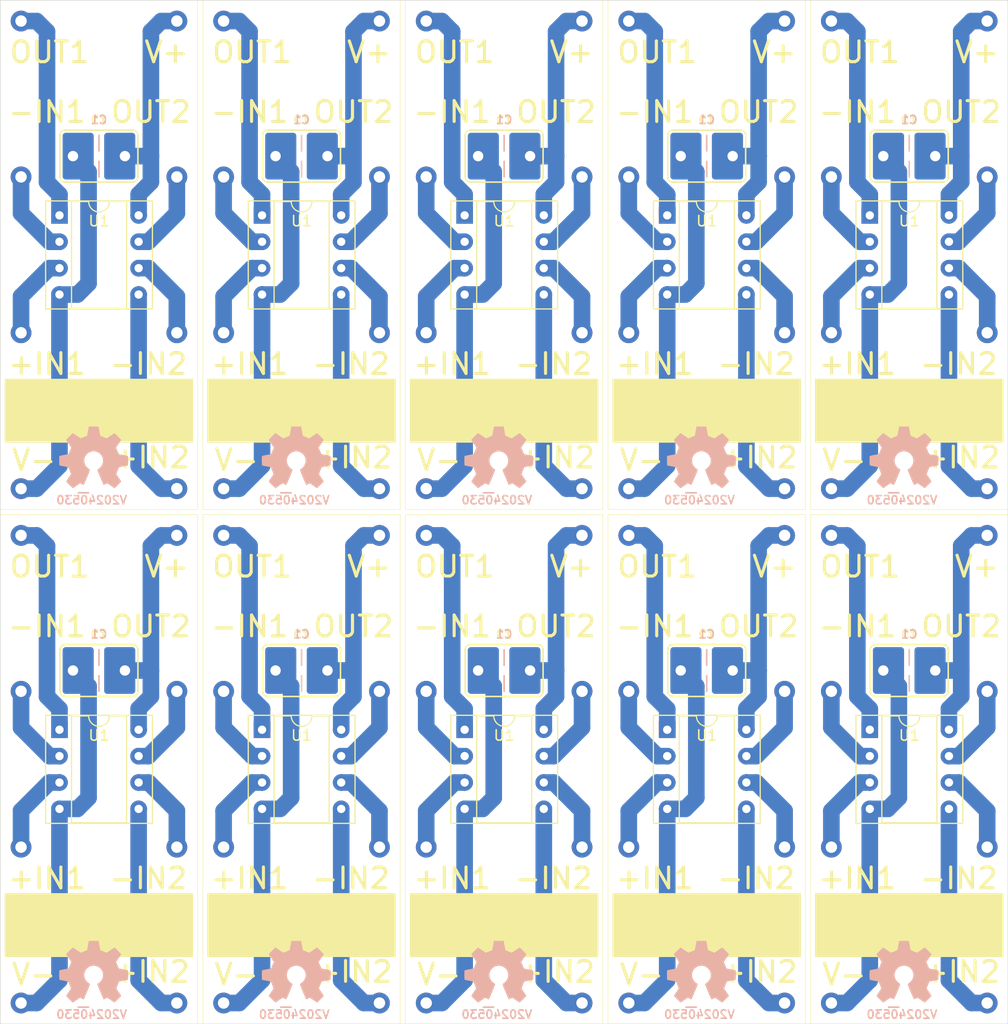
<source format=kicad_pcb>
(kicad_pcb (version 20221018) (generator pcbnew)
  (layers (0 "F.Cu" mixed) (31 "B.Cu" mixed) (34 "B.Paste" user) (35 "F.Paste" user) (36 "B.SilkS" user "B.Silkscreen") (37 "F.SilkS" user "F.Silkscreen") (38 "B.Mask" user) (39 "F.Mask" user) (44 "Edge.Cuts" user))
  (net 0 "")
  (net 1 "Net-(J4-Pin_1)")
  (net 2 "Net-(J8-Pin_1)")
  (net 3 "Net-(J1-Pin_1)")
  (net 4 "Net-(J2-Pin_1)")
  (net 5 "Net-(J3-Pin_1)")
  (net 6 "Net-(J5-Pin_1)")
  (net 7 "Net-(J6-Pin_1)")
  (net 8 "Net-(J7-Pin_1)")
  (footprint "mill-max:PC_pin_nail_head_6092" (layer "F.Cu") (at 102 103)
    (fp_text reference "J1")
    (fp_text value "OUT1")
  )
  (footprint "mill-max:PC_pin_nail_head_6092" (layer "F.Cu") (at 102 118)
    (fp_text reference "J2")
    (fp_text value "-IN1")
  )
  (footprint "mill-max:PC_pin_nail_head_6092" (layer "F.Cu") (at 102 133)
    (fp_text reference "J3")
    (fp_text value "+IN1")
  )
  (footprint "mill-max:PC_pin_nail_head_6092" (layer "F.Cu") (at 117 148)
    (fp_text reference "J5")
    (fp_text value "+IN2")
  )
  (footprint "mill-max:PC_pin_nail_head_6092" (layer "F.Cu") (at 117 133)
    (fp_text reference "J6")
    (fp_text value "-IN2")
  )
  (footprint "mill-max:PC_pin_nail_head_6092" (layer "F.Cu") (at 102 148)
    (fp_text reference "J4")
    (fp_text value "V-")
  )
  (footprint "mill-max:PC_pin_nail_head_6092" (layer "F.Cu") (at 117 118)
    (fp_text reference "J7")
    (fp_text value "OUT2")
  )
  (footprint "mill-max:PC_pin_nail_head_6092" (layer "F.Cu") (at 117 103)
    (fp_text reference "J8")
    (fp_text value "V+")
  )
  (footprint "mill-max:PC_pin_nail_head_6092" (layer "F.Cu") (at 180 53.5)
    (fp_text reference "J1")
    (fp_text value "OUT1")
  )
  (footprint "mill-max:PC_pin_nail_head_6092" (layer "F.Cu") (at 180 133)
    (fp_text reference "J3")
    (fp_text value "+IN1")
  )
  (footprint "mill-max:PC_pin_nail_head_6092" (layer "F.Cu") (at 121.5 148)
    (fp_text reference "J4")
    (fp_text value "V-")
  )
  (footprint "mill-max:PC_pin_nail_head_6092" (layer "F.Cu") (at 180 118)
    (fp_text reference "J2")
    (fp_text value "-IN1")
  )
  (footprint "SquantorCapacitor:C-050-050X100-0805-3516-film" (layer "F.Cu") (at 148.5 116)
    (fp_text reference "C1")
    (fp_text value "1u")
  )
  (footprint "mill-max:PC_pin_nail_head_6092" (layer "F.Cu") (at 121.5 83.5)
    (fp_text reference "J3")
    (fp_text value "+IN1")
  )
  (footprint "mill-max:PC_pin_nail_head_6092" (layer "F.Cu") (at 180 98.5)
    (fp_text reference "J4")
    (fp_text value "V-")
  )
  (footprint "mill-max:PC_pin_nail_head_6092" (layer "F.Cu") (at 175.5 103)
    (fp_text reference "J8")
    (fp_text value "V+")
  )
  (footprint "mill-max:PC_pin_nail_head_6092" (layer "F.Cu") (at 121.5 68.5)
    (fp_text reference "J2")
    (fp_text value "-IN1")
  )
  (footprint "mill-max:PC_pin_nail_head_6092" (layer "F.Cu") (at 136.5 98.5)
    (fp_text reference "J5")
    (fp_text value "+IN2")
  )
  (footprint "mill-max:PC_pin_nail_head_6092" (layer "F.Cu") (at 195 68.5)
    (fp_text reference "J7")
    (fp_text value "OUT2")
  )
  (footprint "Package_DIP:DIP-8_W7.62mm_Socket" (layer "F.Cu") (at 105.7 72.2)
    (fp_text reference "U1")
    (fp_text value "opamp_dual_8pin")
  )
  (footprint "mill-max:PC_pin_nail_head_6092" (layer "F.Cu") (at 121.5 53.5)
    (fp_text reference "J1")
    (fp_text value "OUT1")
  )
  (footprint "mill-max:PC_pin_nail_head_6092" (layer "F.Cu") (at 156 98.5)
    (fp_text reference "J5")
    (fp_text value "+IN2")
  )
  (footprint "mill-max:PC_pin_nail_head_6092" (layer "F.Cu") (at 156 103)
    (fp_text reference "J8")
    (fp_text value "V+")
  )
  (footprint "mill-max:PC_pin_nail_head_6092" (layer "F.Cu") (at 156 133)
    (fp_text reference "J6")
    (fp_text value "-IN2")
  )
  (footprint "Package_DIP:DIP-8_W7.62mm_Socket" (layer "F.Cu") (at 144.7 72.2)
    (fp_text reference "U1")
    (fp_text value "opamp_dual_8pin")
  )
  (footprint "mill-max:PC_pin_nail_head_6092" (layer "F.Cu") (at 121.5 133)
    (fp_text reference "J3")
    (fp_text value "+IN1")
  )
  (footprint "mill-max:PC_pin_nail_head_6092" (layer "F.Cu") (at 102 53.5)
    (fp_text reference "J1")
    (fp_text value "OUT1")
  )
  (footprint "mill-max:PC_pin_nail_head_6092" (layer "F.Cu") (at 156 83.5)
    (fp_text reference "J6")
    (fp_text value "-IN2")
  )
  (footprint "Package_DIP:DIP-8_W7.62mm_Socket" (layer "F.Cu") (at 125.2 121.7)
    (fp_text reference "U1")
    (fp_text value "opamp_dual_8pin")
  )
  (footprint "mill-max:PC_pin_nail_head_6092" (layer "F.Cu") (at 136.5 148)
    (fp_text reference "J5")
    (fp_text value "+IN2")
  )
  (footprint "mill-max:PC_pin_nail_head_6092" (layer "F.Cu") (at 180 103)
    (fp_text reference "J1")
    (fp_text value "OUT1")
  )
  (footprint "Package_DIP:DIP-8_W7.62mm_Socket" (layer "F.Cu") (at 164.2 121.7)
    (fp_text reference "U1")
    (fp_text value "opamp_dual_8pin")
  )
  (footprint "mill-max:PC_pin_nail_head_6092" (layer "F.Cu") (at 117 68.5)
    (fp_text reference "J7")
    (fp_text value "OUT2")
  )
  (footprint "mill-max:PC_pin_nail_head_6092" (layer "F.Cu") (at 180 148)
    (fp_text reference "J4")
    (fp_text value "V-")
  )
  (footprint "mill-max:PC_pin_nail_head_6092" (layer "F.Cu") (at 175.5 68.5)
    (fp_text reference "J7")
    (fp_text value "OUT2")
  )
  (footprint "mill-max:PC_pin_nail_head_6092" (layer "F.Cu") (at 195 98.5)
    (fp_text reference "J5")
    (fp_text value "+IN2")
  )
  (footprint "mill-max:PC_pin_nail_head_6092" (layer "F.Cu") (at 195 148)
    (fp_text reference "J5")
    (fp_text value "+IN2")
  )
  (footprint "mill-max:PC_pin_nail_head_6092" (layer "F.Cu") (at 141 133)
    (fp_text reference "J3")
    (fp_text value "+IN1")
  )
  (footprint "Package_DIP:DIP-8_W7.62mm_Socket" (layer "F.Cu") (at 125.2 72.2)
    (fp_text reference "U1")
    (fp_text value "opamp_dual_8pin")
  )
  (footprint "mill-max:PC_pin_nail_head_6092" (layer "F.Cu") (at 141 118)
    (fp_text reference "J2")
    (fp_text value "-IN1")
  )
  (footprint "SquantorCapacitor:C-050-050X100-0805-3516-film" (layer "F.Cu") (at 109.5 116)
    (fp_text reference "C1")
    (fp_text value "1u")
  )
  (footprint "SquantorCapacitor:C-050-050X100-0805-3516-film" (layer "F.Cu") (at 129 66.5)
    (fp_text reference "C1")
    (fp_text value "1u")
  )
  (footprint "mill-max:PC_pin_nail_head_6092" (layer "F.Cu") (at 195 133)
    (fp_text reference "J6")
    (fp_text value "-IN2")
  )
  (footprint "mill-max:PC_pin_nail_head_6092" (layer "F.Cu") (at 160.5 68.5)
    (fp_text reference "J2")
    (fp_text value "-IN1")
  )
  (footprint "mill-max:PC_pin_nail_head_6092" (layer "F.Cu") (at 160.5 103)
    (fp_text reference "J1")
    (fp_text value "OUT1")
  )
  (footprint "SquantorCapacitor:C-050-050X100-0805-3516-film" (layer "F.Cu") (at 109.5 66.5)
    (fp_text reference "C1")
    (fp_text value "1u")
  )
  (footprint "mill-max:PC_pin_nail_head_6092" (layer "F.Cu") (at 136.5 118)
    (fp_text reference "J7")
    (fp_text value "OUT2")
  )
  (footprint "mill-max:PC_pin_nail_head_6092" (layer "F.Cu") (at 117 83.5)
    (fp_text reference "J6")
    (fp_text value "-IN2")
  )
  (footprint "SquantorCapacitor:C-050-050X100-0805-3516-film" (layer "F.Cu") (at 168 116)
    (fp_text reference "C1")
    (fp_text value "1u")
  )
  (footprint "mill-max:PC_pin_nail_head_6092" (layer "F.Cu") (at 141 148)
    (fp_text reference "J4")
    (fp_text value "V-")
  )
  (footprint "mill-max:PC_pin_nail_head_6092" (layer "F.Cu") (at 121.5 98.5)
    (fp_text reference "J4")
    (fp_text value "V-")
  )
  (footprint "SquantorCapacitor:C-050-050X100-0805-3516-film" (layer "F.Cu") (at 187.5 116)
    (fp_text reference "C1")
    (fp_text value "1u")
  )
  (footprint "mill-max:PC_pin_nail_head_6092" (layer "F.Cu") (at 136.5 133)
    (fp_text reference "J6")
    (fp_text value "-IN2")
  )
  (footprint "mill-max:PC_pin_nail_head_6092" (layer "F.Cu") (at 160.5 53.5)
    (fp_text reference "J1")
    (fp_text value "OUT1")
  )
  (footprint "mill-max:PC_pin_nail_head_6092" (layer "F.Cu") (at 136.5 53.5)
    (fp_text reference "J8")
    (fp_text value "V+")
  )
  (footprint "mill-max:PC_pin_nail_head_6092" (layer "F.Cu") (at 102 68.5)
    (fp_text reference "J2")
    (fp_text value "-IN1")
  )
  (footprint "mill-max:PC_pin_nail_head_6092" (layer "F.Cu") (at 175.5 98.5)
    (fp_text reference "J5")
    (fp_text value "+IN2")
  )
  (footprint "mill-max:PC_pin_nail_head_6092" (layer "F.Cu") (at 160.5 148)
    (fp_text reference "J4")
    (fp_text value "V-")
  )
  (footprint "mill-max:PC_pin_nail_head_6092" (layer "F.Cu") (at 141 68.5)
    (fp_text reference "J2")
    (fp_text value "-IN1")
  )
  (footprint "mill-max:PC_pin_nail_head_6092" (layer "F.Cu") (at 160.5 118)
    (fp_text reference "J2")
    (fp_text value "-IN1")
  )
  (footprint "mill-max:PC_pin_nail_head_6092" (layer "F.Cu") (at 156 118)
    (fp_text reference "J7")
    (fp_text value "OUT2")
  )
  (footprint "mill-max:PC_pin_nail_head_6092" (layer "F.Cu") (at 141 98.5)
    (fp_text reference "J4")
    (fp_text value "V-")
  )
  (footprint "Package_DIP:DIP-8_W7.62mm_Socket" (layer "F.Cu") (at 144.7 121.7)
    (fp_text reference "U1")
    (fp_text value "opamp_dual_8pin")
  )
  (footprint "mill-max:PC_pin_nail_head_6092" (layer "F.Cu") (at 117 98.5)
    (fp_text reference "J5")
    (fp_text value "+IN2")
  )
  (footprint "mill-max:PC_pin_nail_head_6092" (layer "F.Cu") (at 195 118)
    (fp_text reference "J7")
    (fp_text value "OUT2")
  )
  (footprint "mill-max:PC_pin_nail_head_6092" (layer "F.Cu") (at 180 68.5)
    (fp_text reference "J2")
    (fp_text value "-IN1")
  )
  (footprint "mill-max:PC_pin_nail_head_6092" (layer "F.Cu") (at 175.5 148)
    (fp_text reference "J5")
    (fp_text value "+IN2")
  )
  (footprint "mill-max:PC_pin_nail_head_6092" (layer "F.Cu") (at 175.5 53.5)
    (fp_text reference "J8")
    (fp_text value "V+")
  )
  (footprint "mill-max:PC_pin_nail_head_6092" (layer "F.Cu") (at 102 83.5)
    (fp_text reference "J3")
    (fp_text value "+IN1")
  )
  (footprint "mill-max:PC_pin_nail_head_6092" (layer "F.Cu") (at 136.5 103)
    (fp_text reference "J8")
    (fp_text value "V+")
  )
  (footprint "Package_DIP:DIP-8_W7.62mm_Socket" (layer "F.Cu") (at 105.7 121.7)
    (fp_text reference "U1")
    (fp_text value "opamp_dual_8pin")
  )
  (footprint "mill-max:PC_pin_nail_head_6092" (layer "F.Cu") (at 156 68.5)
    (fp_text reference "J7")
    (fp_text value "OUT2")
  )
  (footprint "mill-max:PC_pin_nail_head_6092" (layer "F.Cu") (at 141 53.5)
    (fp_text reference "J1")
    (fp_text value "OUT1")
  )
  (footprint "mill-max:PC_pin_nail_head_6092" (layer "F.Cu") (at 156 148)
    (fp_text reference "J5")
    (fp_text value "+IN2")
  )
  (footprint "mill-max:PC_pin_nail_head_6092" (layer "F.Cu") (at 160.5 133)
    (fp_text reference "J3")
    (fp_text value "+IN1")
  )
  (footprint "mill-max:PC_pin_nail_head_6092" (layer "F.Cu") (at 121.5 118)
    (fp_text reference "J2")
    (fp_text value "-IN1")
  )
  (footprint "SquantorCapacitor:C-050-050X100-0805-3516-film" (layer "F.Cu") (at 168 66.5)
    (fp_text reference "C1")
    (fp_text value "1u")
  )
  (footprint "SquantorCapacitor:C-050-050X100-0805-3516-film" (layer "F.Cu") (at 187.5 66.5)
    (fp_text reference "C1")
    (fp_text value "1u")
  )
  (footprint "mill-max:PC_pin_nail_head_6092" (layer "F.Cu") (at 136.5 68.5)
    (fp_text reference "J7")
    (fp_text value "OUT2")
  )
  (footprint "mill-max:PC_pin_nail_head_6092" (layer "F.Cu") (at 136.5 83.5)
    (fp_text reference "J6")
    (fp_text value "-IN2")
  )
  (footprint "mill-max:PC_pin_nail_head_6092" (layer "F.Cu") (at 141 103)
    (fp_text reference "J1")
    (fp_text value "OUT1")
  )
  (footprint "mill-max:PC_pin_nail_head_6092" (layer "F.Cu") (at 195 83.5)
    (fp_text reference "J6")
    (fp_text value "-IN2")
  )
  (footprint "mill-max:PC_pin_nail_head_6092" (layer "F.Cu") (at 102 98.5)
    (fp_text reference "J4")
    (fp_text value "V-")
  )
  (footprint "SquantorCapacitor:C-050-050X100-0805-3516-film" (layer "F.Cu") (at 129 116)
    (fp_text reference "C1")
    (fp_text value "1u")
  )
  (footprint "mill-max:PC_pin_nail_head_6092" (layer "F.Cu") (at 195 103)
    (fp_text reference "J8")
    (fp_text value "V+")
  )
  (footprint "Package_DIP:DIP-8_W7.62mm_Socket" (layer "F.Cu") (at 164.2 72.2)
    (fp_text reference "U1")
    (fp_text value "opamp_dual_8pin")
  )
  (footprint "mill-max:PC_pin_nail_head_6092" (layer "F.Cu") (at 141 83.5)
    (fp_text reference "J3")
    (fp_text value "+IN1")
  )
  (footprint "mill-max:PC_pin_nail_head_6092" (layer "F.Cu") (at 175.5 83.5)
    (fp_text reference "J6")
    (fp_text value "-IN2")
  )
  (footprint "mill-max:PC_pin_nail_head_6092" (layer "F.Cu") (at 117 53.5)
    (fp_text reference "J8")
    (fp_text value "V+")
  )
  (footprint "mill-max:PC_pin_nail_head_6092" (layer "F.Cu") (at 121.5 103)
    (fp_text reference "J1")
    (fp_text value "OUT1")
  )
  (footprint "mill-max:PC_pin_nail_head_6092" (layer "F.Cu") (at 156 53.5)
    (fp_text reference "J8")
    (fp_text value "V+")
  )
  (footprint "SquantorCapacitor:C-050-050X100-0805-3516-film" (layer "F.Cu") (at 148.5 66.5)
    (fp_text reference "C1")
    (fp_text value "1u")
  )
  (footprint "mill-max:PC_pin_nail_head_6092" (layer "F.Cu") (at 175.5 118)
    (fp_text reference "J7")
    (fp_text value "OUT2")
  )
  (footprint "Package_DIP:DIP-8_W7.62mm_Socket" (layer "F.Cu") (at 183.7 72.2)
    (fp_text reference "U1")
    (fp_text value "opamp_dual_8pin")
  )
  (footprint "Package_DIP:DIP-8_W7.62mm_Socket" (layer "F.Cu") (at 183.7 121.7)
    (fp_text reference "U1")
    (fp_text value "opamp_dual_8pin")
  )
  (footprint "mill-max:PC_pin_nail_head_6092" (layer "F.Cu") (at 180 83.5)
    (fp_text reference "J3")
    (fp_text value "+IN1")
  )
  (footprint "mill-max:PC_pin_nail_head_6092" (layer "F.Cu") (at 195 53.5)
    (fp_text reference "J8")
    (fp_text value "V+")
  )
  (footprint "mill-max:PC_pin_nail_head_6092" (layer "F.Cu") (at 175.5 133)
    (fp_text reference "J6")
    (fp_text value "-IN2")
  )
  (footprint "mill-max:PC_pin_nail_head_6092" (layer "F.Cu") (at 160.5 83.5)
    (fp_text reference "J3")
    (fp_text value "+IN1")
  )
  (footprint "mill-max:PC_pin_nail_head_6092" (layer "F.Cu") (at 160.5 98.5)
    (fp_text reference "J4")
    (fp_text value "V-")
  )
  (footprint "Symbol:OSHW-Symbol_6.7x6mm_SilkScreen" (layer "B.Cu") (at 109 145 180)
    (fp_text reference "N2" hide)
    (fp_text value "OHWLOGO" hide)
  )
  (footprint "SquantorLabels:Label_Generic" (layer "B.Cu") (at 108 149)
    (fp_text reference "N1" hide)
    (fp_text value "V20240530")
  )
  (footprint "SquantorLabels:Label_Generic" (layer "B.Cu") (at 127.5 149)
    (fp_text reference "N1" hide)
    (fp_text value "V20240530")
  )
  (footprint "SquantorLabels:Label_Generic" (layer "B.Cu") (at 147 149)
    (fp_text reference "N1" hide)
    (fp_text value "V20240530")
  )
  (footprint "SquantorLabels:Label_Generic" (layer "B.Cu") (at 147 99.5)
    (fp_text reference "N1" hide)
    (fp_text value "V20240530")
  )
  (footprint "Symbol:OSHW-Symbol_6.7x6mm_SilkScreen" (layer "B.Cu") (at 167.5 145 180)
    (fp_text reference "N2" hide)
    (fp_text value "OHWLOGO" hide)
  )
  (footprint "SquantorLabels:Label_Generic" (layer "B.Cu") (at 186 149)
    (fp_text reference "N1" hide)
    (fp_text value "V20240530")
  )
  (footprint "Symbol:OSHW-Symbol_6.7x6mm_SilkScreen" (layer "B.Cu") (at 109 95.5 180)
    (fp_text reference "N2" hide)
    (fp_text value "OHWLOGO" hide)
  )
  (footprint "SquantorLabels:Label_Generic" (layer "B.Cu") (at 186 99.5)
    (fp_text reference "N1" hide)
    (fp_text value "V20240530")
  )
  (footprint "Symbol:OSHW-Symbol_6.7x6mm_SilkScreen" (layer "B.Cu") (at 148 95.5 180)
    (fp_text reference "N2" hide)
    (fp_text value "OHWLOGO" hide)
  )
  (footprint "SquantorLabels:Label_Generic" (layer "B.Cu") (at 108 99.5)
    (fp_text reference "N1" hide)
    (fp_text value "V20240530")
  )
  (footprint "SquantorLabels:Label_Generic" (layer "B.Cu") (at 127.5 99.5)
    (fp_text reference "N1" hide)
    (fp_text value "V20240530")
  )
  (footprint "Symbol:OSHW-Symbol_6.7x6mm_SilkScreen" (layer "B.Cu") (at 187 145 180)
    (fp_text reference "N2" hide)
    (fp_text value "OHWLOGO" hide)
  )
  (footprint "Symbol:OSHW-Symbol_6.7x6mm_SilkScreen" (layer "B.Cu") (at 167.5 95.5 180)
    (fp_text reference "N2" hide)
    (fp_text value "OHWLOGO" hide)
  )
  (footprint "SquantorLabels:Label_Generic" (layer "B.Cu") (at 166.5 99.5)
    (fp_text reference "N1" hide)
    (fp_text value "V20240530")
  )
  (footprint "Symbol:OSHW-Symbol_6.7x6mm_SilkScreen" (layer "B.Cu") (at 148 145 180)
    (fp_text reference "N2" hide)
    (fp_text value "OHWLOGO" hide)
  )
  (footprint "Symbol:OSHW-Symbol_6.7x6mm_SilkScreen" (layer "B.Cu") (at 187 95.5 180)
    (fp_text reference "N2" hide)
    (fp_text value "OHWLOGO" hide)
  )
  (footprint "Symbol:OSHW-Symbol_6.7x6mm_SilkScreen" (layer "B.Cu") (at 128.5 145 180)
    (fp_text reference "N2" hide)
    (fp_text value "OHWLOGO" hide)
  )
  (footprint "SquantorLabels:Label_Generic" (layer "B.Cu") (at 166.5 149)
    (fp_text reference "N1" hide)
    (fp_text value "V20240530")
  )
  (footprint "Symbol:OSHW-Symbol_6.7x6mm_SilkScreen" (layer "B.Cu") (at 128.5 95.5 180)
    (fp_text reference "N2" hide)
    (fp_text value "OHWLOGO" hide)
  )
  (gr_line (start 100 150) (end 119 150) (stroke (width 0.05)) (layer "F.SilkS"))
  (gr_line (start 119 101) (end 119 150) (stroke (width 0.05)) (layer "F.SilkS"))
  (gr_line (start 119 101) (end 100 101) (stroke (width 0.05)) (layer "F.SilkS"))
  (gr_line (start 119.5 100.5) (end 119.5 51.5) (stroke (width 0.05)) (layer "F.SilkS"))
  (gr_line (start 178 100.5) (end 197 100.5) (stroke (width 0.05)) (layer "F.SilkS"))
  (gr_line (start 197 101) (end 178 101) (stroke (width 0.05)) (layer "F.SilkS"))
  (gr_rect (start 120 137.5) (end 138 143.5) (stroke (width 0.15)) (fill solid) (layer "F.SilkS"))
  (gr_line (start 100 100.5) (end 100 51.5) (stroke (width 0.05)) (layer "F.SilkS"))
  (gr_line (start 158.5 150) (end 158.5 101) (stroke (width 0.05)) (layer "F.SilkS"))
  (gr_rect (start 139.5 88) (end 157.5 94) (stroke (width 0.15)) (fill solid) (layer "F.SilkS"))
  (gr_line (start 138.5 51.5) (end 119.5 51.5) (stroke (width 0.05)) (layer "F.SilkS"))
  (gr_line (start 119 51.5) (end 119 100.5) (stroke (width 0.05)) (layer "F.SilkS"))
  (gr_line (start 197 101) (end 197 150) (stroke (width 0.05)) (layer "F.SilkS"))
  (gr_rect (start 178.5 137.5) (end 196.5 143.5) (stroke (width 0.15)) (fill solid) (layer "F.SilkS"))
  (gr_line (start 158 101) (end 158 150) (stroke (width 0.05)) (layer "F.SilkS"))
  (gr_line (start 197 51.5) (end 178 51.5) (stroke (width 0.05)) (layer "F.SilkS"))
  (gr_line (start 178 150) (end 178 101) (stroke (width 0.05)) (layer "F.SilkS"))
  (gr_rect (start 100.5 137.5) (end 118.5 143.5) (stroke (width 0.15)) (fill solid) (layer "F.SilkS"))
  (gr_rect (start 100.5 88) (end 118.5 94) (stroke (width 0.15)) (fill solid) (layer "F.SilkS"))
  (gr_line (start 119 51.5) (end 100 51.5) (stroke (width 0.05)) (layer "F.SilkS"))
  (gr_line (start 119.5 100.5) (end 138.5 100.5) (stroke (width 0.05)) (layer "F.SilkS"))
  (gr_line (start 178 150) (end 197 150) (stroke (width 0.05)) (layer "F.SilkS"))
  (gr_line (start 100 150) (end 100 101) (stroke (width 0.05)) (layer "F.SilkS"))
  (gr_line (start 177.5 51.5) (end 158.5 51.5) (stroke (width 0.05)) (layer "F.SilkS"))
  (gr_line (start 158.5 100.5) (end 158.5 51.5) (stroke (width 0.05)) (layer "F.SilkS"))
  (gr_line (start 119.5 150) (end 138.5 150) (stroke (width 0.05)) (layer "F.SilkS"))
  (gr_line (start 138.5 101) (end 119.5 101) (stroke (width 0.05)) (layer "F.SilkS"))
  (gr_line (start 158 51.5) (end 158 100.5) (stroke (width 0.05)) (layer "F.SilkS"))
  (gr_line (start 139 150) (end 139 101) (stroke (width 0.05)) (layer "F.SilkS"))
  (gr_rect (start 120 88) (end 138 94) (stroke (width 0.15)) (fill solid) (layer "F.SilkS"))
  (gr_rect (start 139.5 137.5) (end 157.5 143.5) (stroke (width 0.15)) (fill solid) (layer "F.SilkS"))
  (gr_line (start 158.5 150) (end 177.5 150) (stroke (width 0.05)) (layer "F.SilkS"))
  (gr_line (start 138.5 101) (end 138.5 150) (stroke (width 0.05)) (layer "F.SilkS"))
  (gr_rect (start 178.5 88) (end 196.5 94) (stroke (width 0.15)) (fill solid) (layer "F.SilkS"))
  (gr_line (start 177.5 101) (end 177.5 150) (stroke (width 0.05)) (layer "F.SilkS"))
  (gr_line (start 177.5 51.5) (end 177.5 100.5) (stroke (width 0.05)) (layer "F.SilkS"))
  (gr_line (start 100 100.5) (end 119 100.5) (stroke (width 0.05)) (layer "F.SilkS"))
  (gr_rect (start 159 88) (end 177 94) (stroke (width 0.15)) (fill solid) (layer "F.SilkS"))
  (gr_line (start 177.5 101) (end 158.5 101) (stroke (width 0.05)) (layer "F.SilkS"))
  (gr_line (start 178 100.5) (end 178 51.5) (stroke (width 0.05)) (layer "F.SilkS"))
  (gr_line (start 158 101) (end 139 101) (stroke (width 0.05)) (layer "F.SilkS"))
  (gr_rect (start 159 137.5) (end 177 143.5) (stroke (width 0.15)) (fill solid) (layer "F.SilkS"))
  (gr_line (start 197 51.5) (end 197 100.5) (stroke (width 0.05)) (layer "F.SilkS"))
  (gr_line (start 139 100.5) (end 139 51.5) (stroke (width 0.05)) (layer "F.SilkS"))
  (gr_line (start 139 150) (end 158 150) (stroke (width 0.05)) (layer "F.SilkS"))
  (gr_line (start 138.5 51.5) (end 138.5 100.5) (stroke (width 0.05)) (layer "F.SilkS"))
  (gr_line (start 158.5 100.5) (end 177.5 100.5) (stroke (width 0.05)) (layer "F.SilkS"))
  (gr_line (start 119.5 150) (end 119.5 101) (stroke (width 0.05)) (layer "F.SilkS"))
  (gr_line (start 158 51.5) (end 139 51.5) (stroke (width 0.05)) (layer "F.SilkS"))
  (gr_line (start 139 100.5) (end 158 100.5) (stroke (width 0.05)) (layer "F.SilkS"))
  (gr_line (start 100 150) (end 197 150) (stroke (width 0.05)) (layer "Edge.Cuts"))
  (gr_line (start 100 51.5) (end 100 150) (stroke (width 0.05)) (layer "Edge.Cuts"))
  (gr_line (start 197 51.5) (end 100 51.5) (stroke (width 0.05)) (layer "Edge.Cuts"))
  (gr_line (start 197 150) (end 197 51.5) (stroke (width 0.05)) (layer "Edge.Cuts"))
  (segment (start 125.2 79.82) (end 126.93 79.82) (width 1.6) (layer "B.Cu") (net 1))
  (segment (start 167 68) (end 165.5 66.5) (width 1.6) (layer "B.Cu") (net 1))
  (segment (start 162 98.5) (end 160.5 98.5) (width 1.6) (layer "B.Cu") (net 1))
  (segment (start 183.7 129.32) (end 185.43 129.32) (width 1.6) (layer "B.Cu") (net 1))
  (segment (start 164.2 129.32) (end 165.93 129.32) (width 1.6) (layer "B.Cu") (net 1))
  (segment (start 146.43 129.32) (end 147.5 128.25) (width 1.6) (layer "B.Cu") (net 1))
  (segment (start 142.5 148) (end 141 148) (width 1.6) (layer "B.Cu") (net 1))
  (segment (start 128 68) (end 126.5 66.5) (width 1.6) (layer "B.Cu") (net 1))
  (segment (start 165.93 129.32) (end 167 128.25) (width 1.6) (layer "B.Cu") (net 1))
  (segment (start 125.2 145.8) (end 123 148) (width 1.6) (layer "B.Cu") (net 1))
  (segment (start 167 78.75) (end 167 68) (width 1.6) (layer "B.Cu") (net 1))
  (segment (start 181.5 148) (end 180 148) (width 1.6) (layer "B.Cu") (net 1))
  (segment (start 103.5 98.5) (end 102 98.5) (width 1.6) (layer "B.Cu") (net 1))
  (segment (start 125.2 129.32) (end 125.2 145.8) (width 1.6) (layer "B.Cu") (net 1))
  (segment (start 147.5 78.75) (end 147.5 68) (width 1.6) (layer "B.Cu") (net 1))
  (segment (start 142.5 98.5) (end 141 98.5) (width 1.6) (layer "B.Cu") (net 1))
  (segment (start 108.5 78.75) (end 108.5 68) (width 1.6) (layer "B.Cu") (net 1))
  (segment (start 108.5 128.25) (end 108.5 117.5) (width 1.6) (layer "B.Cu") (net 1))
  (segment (start 105.7 96.3) (end 103.5 98.5) (width 1.6) (layer "B.Cu") (net 1))
  (segment (start 167 117.5) (end 165.5 116) (width 1.6) (layer "B.Cu") (net 1))
  (segment (start 144.7 96.3) (end 142.5 98.5) (width 1.6) (layer "B.Cu") (net 1))
  (segment (start 147.5 68) (end 146 66.5) (width 1.6) (layer "B.Cu") (net 1))
  (segment (start 164.2 96.3) (end 162 98.5) (width 1.6) (layer "B.Cu") (net 1))
  (segment (start 103.5 148) (end 102 148) (width 1.6) (layer "B.Cu") (net 1))
  (segment (start 126.93 129.32) (end 128 128.25) (width 1.6) (layer "B.Cu") (net 1))
  (segment (start 125.2 79.82) (end 125.2 96.3) (width 1.6) (layer "B.Cu") (net 1))
  (segment (start 147.5 117.5) (end 146 116) (width 1.6) (layer "B.Cu") (net 1))
  (segment (start 181.5 98.5) (end 180 98.5) (width 1.6) (layer "B.Cu") (net 1))
  (segment (start 185.43 129.32) (end 186.5 128.25) (width 1.6) (layer "B.Cu") (net 1))
  (segment (start 183.7 79.82) (end 183.7 96.3) (width 1.6) (layer "B.Cu") (net 1))
  (segment (start 144.7 145.8) (end 142.5 148) (width 1.6) (layer "B.Cu") (net 1))
  (segment (start 183.7 79.82) (end 185.43 79.82) (width 1.6) (layer "B.Cu") (net 1))
  (segment (start 105.7 79.82) (end 105.7 96.3) (width 1.6) (layer "B.Cu") (net 1))
  (segment (start 105.7 129.32) (end 107.43 129.32) (width 1.6) (layer "B.Cu") (net 1))
  (segment (start 186.5 78.75) (end 186.5 68) (width 1.6) (layer "B.Cu") (net 1))
  (segment (start 123 98.5) (end 121.5 98.5) (width 1.6) (layer "B.Cu") (net 1))
  (segment (start 146.43 79.82) (end 147.5 78.75) (width 1.6) (layer "B.Cu") (net 1))
  (segment (start 123 148) (end 121.5 148) (width 1.6) (layer "B.Cu") (net 1))
  (segment (start 128 117.5) (end 126.5 116) (width 1.6) (layer "B.Cu") (net 1))
  (segment (start 105.7 129.32) (end 105.7 145.8) (width 1.6) (layer "B.Cu") (net 1))
  (segment (start 128 78.75) (end 128 68) (width 1.6) (layer "B.Cu") (net 1))
  (segment (start 126.93 79.82) (end 128 78.75) (width 1.6) (layer "B.Cu") (net 1))
  (segment (start 162 148) (end 160.5 148) (width 1.6) (layer "B.Cu") (net 1))
  (segment (start 186.5 68) (end 185 66.5) (width 1.6) (layer "B.Cu") (net 1))
  (segment (start 165.93 79.82) (end 167 78.75) (width 1.6) (layer "B.Cu") (net 1))
  (segment (start 183.7 129.32) (end 183.7 145.8) (width 1.6) (layer "B.Cu") (net 1))
  (segment (start 147.5 128.25) (end 147.5 117.5) (width 1.6) (layer "B.Cu") (net 1))
  (segment (start 185.43 79.82) (end 186.5 78.75) (width 1.6) (layer "B.Cu") (net 1))
  (segment (start 105.7 145.8) (end 103.5 148) (width 1.6) (layer "B.Cu") (net 1))
  (segment (start 108.5 68) (end 107 66.5) (width 1.6) (layer "B.Cu") (net 1))
  (segment (start 144.7 129.32) (end 144.7 145.8) (width 1.6) (layer "B.Cu") (net 1))
  (segment (start 164.2 145.8) (end 162 148) (width 1.6) (layer "B.Cu") (net 1))
  (segment (start 164.2 79.82) (end 164.2 96.3) (width 1.6) (layer "B.Cu") (net 1))
  (segment (start 183.7 96.3) (end 181.5 98.5) (width 1.6) (layer "B.Cu") (net 1))
  (segment (start 144.7 129.32) (end 146.43 129.32) (width 1.6) (layer "B.Cu") (net 1))
  (segment (start 167 128.25) (end 167 117.5) (width 1.6) (layer "B.Cu") (net 1))
  (segment (start 125.2 96.3) (end 123 98.5) (width 1.6) (layer "B.Cu") (net 1))
  (segment (start 125.2 129.32) (end 126.93 129.32) (width 1.6) (layer "B.Cu") (net 1))
  (segment (start 107.43 129.32) (end 108.5 128.25) (width 1.6) (layer "B.Cu") (net 1))
  (segment (start 186.5 117.5) (end 185 116) (width 1.6) (layer "B.Cu") (net 1))
  (segment (start 186.5 128.25) (end 186.5 117.5) (width 1.6) (layer "B.Cu") (net 1))
  (segment (start 107.43 79.82) (end 108.5 78.75) (width 1.6) (layer "B.Cu") (net 1))
  (segment (start 164.2 129.32) (end 164.2 145.8) (width 1.6) (layer "B.Cu") (net 1))
  (segment (start 183.7 145.8) (end 181.5 148) (width 1.6) (layer "B.Cu") (net 1))
  (segment (start 105.7 79.82) (end 107.43 79.82) (width 1.6) (layer "B.Cu") (net 1))
  (segment (start 164.2 79.82) (end 165.93 79.82) (width 1.6) (layer "B.Cu") (net 1))
  (segment (start 128 128.25) (end 128 117.5) (width 1.6) (layer "B.Cu") (net 1))
  (segment (start 108.5 117.5) (end 107 116) (width 1.6) (layer "B.Cu") (net 1))
  (segment (start 144.7 79.82) (end 146.43 79.82) (width 1.6) (layer "B.Cu") (net 1))
  (segment (start 144.7 79.82) (end 144.7 96.3) (width 1.6) (layer "B.Cu") (net 1))
  (segment (start 193.5 103) (end 195 103) (width 1.6) (layer "B.Cu") (net 2))
  (segment (start 154.5 53.5) (end 156 53.5) (width 1.6) (layer "B.Cu") (net 2))
  (segment (start 112 116) (end 114.5 116) (width 1.6) (layer "B.Cu") (net 2))
  (segment (start 171.82 121.7) (end 171.82 119.68) (width 1.6) (layer "B.Cu") (net 2))
  (segment (start 132.82 121.7) (end 132.82 119.68) (width 1.6) (layer "B.Cu") (net 2))
  (segment (start 132.82 70.18) (end 134 69) (width 1.6) (layer "B.Cu") (net 2))
  (segment (start 114.5 66.5) (end 114.5 54.5) (width 1.6) (layer "B.Cu") (net 2))
  (segment (start 170.5 116) (end 173 116) (width 1.6) (layer "B.Cu") (net 2))
  (segment (start 131.5 66.5) (end 134 66.5) (width 1.6) (layer "B.Cu") (net 2))
  (segment (start 134 104) (end 135 103) (width 1.6) (layer "B.Cu") (net 2))
  (segment (start 173 104) (end 174 103) (width 1.6) (layer "B.Cu") (net 2))
  (segment (start 173 54.5) (end 174 53.5) (width 1.6) (layer "B.Cu") (net 2))
  (segment (start 134 66.5) (end 134 54.5) (width 1.6) (layer "B.Cu") (net 2))
  (segment (start 153.5 118.5) (end 153.5 116) (width 1.6) (layer "B.Cu") (net 2))
  (segment (start 152.32 121.7) (end 152.32 119.68) (width 1.6) (layer "B.Cu") (net 2))
  (segment (start 153.5 54.5) (end 154.5 53.5) (width 1.6) (layer "B.Cu") (net 2))
  (segment (start 191.32 121.7) (end 191.32 119.68) (width 1.6) (layer "B.Cu") (net 2))
  (segment (start 192.5 104) (end 193.5 103) (width 1.6) (layer "B.Cu") (net 2))
  (segment (start 114.5 118.5) (end 114.5 116) (width 1.6) (layer "B.Cu") (net 2))
  (segment (start 152.32 70.18) (end 153.5 69) (width 1.6) (layer "B.Cu") (net 2))
  (segment (start 152.32 72.2) (end 152.32 70.18) (width 1.6) (layer "B.Cu") (net 2))
  (segment (start 191.32 70.18) (end 192.5 69) (width 1.6) (layer "B.Cu") (net 2))
  (segment (start 134 69) (end 134 66.5) (width 1.6) (layer "B.Cu") (net 2))
  (segment (start 114.5 116) (end 114.5 104) (width 1.6) (layer "B.Cu") (net 2))
  (segment (start 115.5 103) (end 117 103) (width 1.6) (layer "B.Cu") (net 2))
  (segment (start 114.5 69) (end 114.5 66.5) (width 1.6) (layer "B.Cu") (net 2))
  (segment (start 132.82 72.2) (end 132.82 70.18) (width 1.6) (layer "B.Cu") (net 2))
  (segment (start 171.82 70.18) (end 173 69) (width 1.6) (layer "B.Cu") (net 2))
  (segment (start 171.82 119.68) (end 173 118.5) (width 1.6) (layer "B.Cu") (net 2))
  (segment (start 192.5 54.5) (end 193.5 53.5) (width 1.6) (layer "B.Cu") (net 2))
  (segment (start 135 103) (end 136.5 103) (width 1.6) (layer "B.Cu") (net 2))
  (segment (start 112 66.5) (end 114.5 66.5) (width 1.6) (layer "B.Cu") (net 2))
  (segment (start 113.32 72.2) (end 113.32 70.18) (width 1.6) (layer "B.Cu") (net 2))
  (segment (start 191.32 72.2) (end 191.32 70.18) (width 1.6) (layer "B.Cu") (net 2))
  (segment (start 190 116) (end 192.5 116) (width 1.6) (layer "B.Cu") (net 2))
  (segment (start 134 118.5) (end 134 116) (width 1.6) (layer "B.Cu") (net 2))
  (segment (start 151 66.5) (end 153.5 66.5) (width 1.6) (layer "B.Cu") (net 2))
  (segment (start 114.5 54.5) (end 115.5 53.5) (width 1.6) (layer "B.Cu") (net 2))
  (segment (start 113.32 119.68) (end 114.5 118.5) (width 1.6) (layer "B.Cu") (net 2))
  (segment (start 153.5 69) (end 153.5 66.5) (width 1.6) (layer "B.Cu") (net 2))
  (segment (start 134 54.5) (end 135 53.5) (width 1.6) (layer "B.Cu") (net 2))
  (segment (start 173 116) (end 173 104) (width 1.6) (layer "B.Cu") (net 2))
  (segment (start 192.5 66.5) (end 192.5 54.5) (width 1.6) (layer "B.Cu") (net 2))
  (segment (start 153.5 66.5) (end 153.5 54.5) (width 1.6) (layer "B.Cu") (net 2))
  (segment (start 190 66.5) (end 192.5 66.5) (width 1.6) (layer "B.Cu") (net 2))
  (segment (start 173 69) (end 173 66.5) (width 1.6) (layer "B.Cu") (net 2))
  (segment (start 153.5 104) (end 154.5 103) (width 1.6) (layer "B.Cu") (net 2))
  (segment (start 154.5 103) (end 156 103) (width 1.6) (layer "B.Cu") (net 2))
  (segment (start 174 103) (end 175.5 103) (width 1.6) (layer "B.Cu") (net 2))
  (segment (start 115.5 53.5) (end 117 53.5) (width 1.6) (layer "B.Cu") (net 2))
  (segment (start 113.32 70.18) (end 114.5 69) (width 1.6) (layer "B.Cu") (net 2))
  (segment (start 152.32 119.68) (end 153.5 118.5) (width 1.6) (layer "B.Cu") (net 2))
  (segment (start 135 53.5) (end 136.5 53.5) (width 1.6) (layer "B.Cu") (net 2))
  (segment (start 131.5 116) (end 134 116) (width 1.6) (layer "B.Cu") (net 2))
  (segment (start 151 116) (end 153.5 116) (width 1.6) (layer "B.Cu") (net 2))
  (segment (start 174 53.5) (end 175.5 53.5) (width 1.6) (layer "B.Cu") (net 2))
  (segment (start 134 116) (end 134 104) (width 1.6) (layer "B.Cu") (net 2))
  (segment (start 193.5 53.5) (end 195 53.5) (width 1.6) (layer "B.Cu") (net 2))
  (segment (start 153.5 116) (end 153.5 104) (width 1.6) (layer "B.Cu") (net 2))
  (segment (start 191.32 119.68) (end 192.5 118.5) (width 1.6) (layer "B.Cu") (net 2))
  (segment (start 173 118.5) (end 173 116) (width 1.6) (layer "B.Cu") (net 2))
  (segment (start 114.5 104) (end 115.5 103) (width 1.6) (layer "B.Cu") (net 2))
  (segment (start 170.5 66.5) (end 173 66.5) (width 1.6) (layer "B.Cu") (net 2))
  (segment (start 173 66.5) (end 173 54.5) (width 1.6) (layer "B.Cu") (net 2))
  (segment (start 192.5 116) (end 192.5 104) (width 1.6) (layer "B.Cu") (net 2))
  (segment (start 132.82 119.68) (end 134 118.5) (width 1.6) (layer "B.Cu") (net 2))
  (segment (start 192.5 118.5) (end 192.5 116) (width 1.6) (layer "B.Cu") (net 2))
  (segment (start 192.5 69) (end 192.5 66.5) (width 1.6) (layer "B.Cu") (net 2))
  (segment (start 113.32 121.7) (end 113.32 119.68) (width 1.6) (layer "B.Cu") (net 2))
  (segment (start 171.82 72.2) (end 171.82 70.18) (width 1.6) (layer "B.Cu") (net 2))
  (segment (start 103.5 53.5) (end 102 53.5) (width 1.6) (layer "B.Cu") (net 3))
  (segment (start 104.5 118.5) (end 104.5 104) (width 1.6) (layer "B.Cu") (net 3))
  (segment (start 125.2 119.7) (end 124 118.5) (width 1.6) (layer "B.Cu") (net 3))
  (segment (start 163 69) (end 163 54.5) (width 1.6) (layer "B.Cu") (net 3))
  (segment (start 103.5 103) (end 102 103) (width 1.6) (layer "B.Cu") (net 3))
  (segment (start 143.5 118.5) (end 143.5 104) (width 1.6) (layer "B.Cu") (net 3))
  (segment (start 123 103) (end 121.5 103) (width 1.6) (layer "B.Cu") (net 3))
  (segment (start 163 118.5) (end 163 104) (width 1.6) (layer "B.Cu") (net 3))
  (segment (start 105.7 119.7) (end 104.5 118.5) (width 1.6) (layer "B.Cu") (net 3))
  (segment (start 164.2 119.7) (end 163 118.5) (width 1.6) (layer "B.Cu") (net 3))
  (segment (start 143.5 69) (end 143.5 54.5) (width 1.6) (layer "B.Cu") (net 3))
  (segment (start 104.5 104) (end 103.5 103) (width 1.6) (layer "B.Cu") (net 3))
  (segment (start 142.5 53.5) (end 141 53.5) (width 1.6) (layer "B.Cu") (net 3))
  (segment (start 164.2 70.2) (end 163 69) (width 1.6) (layer "B.Cu") (net 3))
  (segment (start 144.7 70.2) (end 143.5 69) (width 1.6) (layer "B.Cu") (net 3))
  (segment (start 104.5 69) (end 104.5 54.5) (width 1.6) (layer "B.Cu") (net 3))
  (segment (start 125.2 72.2) (end 125.2 70.2) (width 1.6) (layer "B.Cu") (net 3))
  (segment (start 143.5 104) (end 142.5 103) (width 1.6) (layer "B.Cu") (net 3))
  (segment (start 163 54.5) (end 162 53.5) (width 1.6) (layer "B.Cu") (net 3))
  (segment (start 104.5 54.5) (end 103.5 53.5) (width 1.6) (layer "B.Cu") (net 3))
  (segment (start 164.2 72.2) (end 164.2 70.2) (width 1.6) (layer "B.Cu") (net 3))
  (segment (start 124 69) (end 124 54.5) (width 1.6) (layer "B.Cu") (net 3))
  (segment (start 144.7 121.7) (end 144.7 119.7) (width 1.6) (layer "B.Cu") (net 3))
  (segment (start 124 104) (end 123 103) (width 1.6) (layer "B.Cu") (net 3))
  (segment (start 125.2 70.2) (end 124 69) (width 1.6) (layer "B.Cu") (net 3))
  (segment (start 183.7 119.7) (end 182.5 118.5) (width 1.6) (layer "B.Cu") (net 3))
  (segment (start 183.7 121.7) (end 183.7 119.7) (width 1.6) (layer "B.Cu") (net 3))
  (segment (start 143.5 54.5) (end 142.5 53.5) (width 1.6) (layer "B.Cu") (net 3))
  (segment (start 124 54.5) (end 123 53.5) (width 1.6) (layer "B.Cu") (net 3))
  (segment (start 144.7 119.7) (end 143.5 118.5) (width 1.6) (layer "B.Cu") (net 3))
  (segment (start 142.5 103) (end 141 103) (width 1.6) (layer "B.Cu") (net 3))
  (segment (start 164.2 121.7) (end 164.2 119.7) (width 1.6) (layer "B.Cu") (net 3))
  (segment (start 144.7 72.2) (end 144.7 70.2) (width 1.6) (layer "B.Cu") (net 3))
  (segment (start 105.7 121.7) (end 105.7 119.7) (width 1.6) (layer "B.Cu") (net 3))
  (segment (start 182.5 54.5) (end 181.5 53.5) (width 1.6) (layer "B.Cu") (net 3))
  (segment (start 123 53.5) (end 121.5 53.5) (width 1.6) (layer "B.Cu") (net 3))
  (segment (start 105.7 72.2) (end 105.7 70.2) (width 1.6) (layer "B.Cu") (net 3))
  (segment (start 182.5 69) (end 182.5 54.5) (width 1.6) (layer "B.Cu") (net 3))
  (segment (start 181.5 103) (end 180 103) (width 1.6) (layer "B.Cu") (net 3))
  (segment (start 182.5 104) (end 181.5 103) (width 1.6) (layer "B.Cu") (net 3))
  (segment (start 163 104) (end 162 103) (width 1.6) (layer "B.Cu") (net 3))
  (segment (start 181.5 53.5) (end 180 53.5) (width 1.6) (layer "B.Cu") (net 3))
  (segment (start 182.5 118.5) (end 182.5 104) (width 1.6) (layer "B.Cu") (net 3))
  (segment (start 183.7 72.2) (end 183.7 70.2) (width 1.6) (layer "B.Cu") (net 3))
  (segment (start 125.2 121.7) (end 125.2 119.7) (width 1.6) (layer "B.Cu") (net 3))
  (segment (start 162 103) (end 160.5 103) (width 1.6) (layer "B.Cu") (net 3))
  (segment (start 183.7 70.2) (end 182.5 69) (width 1.6) (layer "B.Cu") (net 3))
  (segment (start 162 53.5) (end 160.5 53.5) (width 1.6) (layer "B.Cu") (net 3))
  (segment (start 105.7 70.2) (end 104.5 69) (width 1.6) (layer "B.Cu") (net 3))
  (segment (start 124 118.5) (end 124 104) (width 1.6) (layer "B.Cu") (net 3))
  (segment (start 104.74 74.74) (end 102 72) (width 1.6) (layer "B.Cu") (net 4))
  (segment (start 160.5 121.5) (end 160.5 118) (width 1.6) (layer "B.Cu") (net 4))
  (segment (start 102 72) (end 102 68.5) (width 1.6) (layer "B.Cu") (net 4))
  (segment (start 124.24 124.24) (end 121.5 121.5) (width 1.6) (layer "B.Cu") (net 4))
  (segment (start 141 121.5) (end 141 118) (width 1.6) (layer "B.Cu") (net 4))
  (segment (start 121.5 121.5) (end 121.5 118) (width 1.6) (layer "B.Cu") (net 4))
  (segment (start 163.24 74.74) (end 160.5 72) (width 1.6) (layer "B.Cu") (net 4))
  (segment (start 125.2 124.24) (end 124.24 124.24) (width 1.6) (layer "B.Cu") (net 4))
  (segment (start 163.24 124.24) (end 160.5 121.5) (width 1.6) (layer "B.Cu") (net 4))
  (segment (start 124.24 74.74) (end 121.5 72) (width 1.6) (layer "B.Cu") (net 4))
  (segment (start 143.74 124.24) (end 141 121.5) (width 1.6) (layer "B.Cu") (net 4))
  (segment (start 164.2 74.74) (end 163.24 74.74) (width 1.6) (layer "B.Cu") (net 4))
  (segment (start 105.7 74.74) (end 104.74 74.74) (width 1.6) (layer "B.Cu") (net 4))
  (segment (start 125.2 74.74) (end 124.24 74.74) (width 1.6) (layer "B.Cu") (net 4))
  (segment (start 104.74 124.24) (end 102 121.5) (width 1.6) (layer "B.Cu") (net 4))
  (segment (start 105.7 124.24) (end 104.74 124.24) (width 1.6) (layer "B.Cu") (net 4))
  (segment (start 144.7 74.74) (end 143.74 74.74) (width 1.6) (layer "B.Cu") (net 4))
  (segment (start 160.5 72) (end 160.5 68.5) (width 1.6) (layer "B.Cu") (net 4))
  (segment (start 102 121.5) (end 102 118) (width 1.6) (layer "B.Cu") (net 4))
  (segment (start 144.7 124.24) (end 143.74 124.24) (width 1.6) (layer "B.Cu") (net 4))
  (segment (start 164.2 124.24) (end 163.24 124.24) (width 1.6) (layer "B.Cu") (net 4))
  (segment (start 182.74 74.74) (end 180 72) (width 1.6) (layer "B.Cu") (net 4))
  (segment (start 180 121.5) (end 180 118) (width 1.6) (layer "B.Cu") (net 4))
  (segment (start 121.5 72) (end 121.5 68.5) (width 1.6) (layer "B.Cu") (net 4))
  (segment (start 143.74 74.74) (end 141 72) (width 1.6) (layer "B.Cu") (net 4))
  (segment (start 141 72) (end 141 68.5) (width 1.6) (layer "B.Cu") (net 4))
  (segment (start 182.74 124.24) (end 180 121.5) (width 1.6) (layer "B.Cu") (net 4))
  (segment (start 180 72) (end 180 68.5) (width 1.6) (layer "B.Cu") (net 4))
  (segment (start 183.7 124.24) (end 182.74 124.24) (width 1.6) (layer "B.Cu") (net 4))
  (segment (start 183.7 74.74) (end 182.74 74.74) (width 1.6) (layer "B.Cu") (net 4))
  (segment (start 180 80) (end 180 83.5) (width 1.6) (layer "B.Cu") (net 5))
  (segment (start 102 129.5) (end 102 133) (width 1.6) (layer "B.Cu") (net 5))
  (segment (start 104.72 126.78) (end 102 129.5) (width 1.6) (layer "B.Cu") (net 5))
  (segment (start 143.72 77.28) (end 141 80) (width 1.6) (layer "B.Cu") (net 5))
  (segment (start 183.7 126.78) (end 182.72 126.78) (width 1.6) (layer "B.Cu") (net 5))
  (segment (start 104.72 77.28) (end 102 80) (width 1.6) (layer "B.Cu") (net 5))
  (segment (start 160.5 129.5) (end 160.5 133) (width 1.6) (layer "B.Cu") (net 5))
  (segment (start 141 129.5) (end 141 133) (width 1.6) (layer "B.Cu") (net 5))
  (segment (start 121.5 80) (end 121.5 83.5) (width 1.6) (layer "B.Cu") (net 5))
  (segment (start 105.7 77.28) (end 104.72 77.28) (width 1.6) (layer "B.Cu") (net 5))
  (segment (start 105.7 126.78) (end 104.72 126.78) (width 1.6) (layer "B.Cu") (net 5))
  (segment (start 182.72 77.28) (end 180 80) (width 1.6) (layer "B.Cu") (net 5))
  (segment (start 124.22 77.28) (end 121.5 80) (width 1.6) (layer "B.Cu") (net 5))
  (segment (start 125.2 77.28) (end 124.22 77.28) (width 1.6) (layer "B.Cu") (net 5))
  (segment (start 124.22 126.78) (end 121.5 129.5) (width 1.6) (layer "B.Cu") (net 5))
  (segment (start 164.2 126.78) (end 163.22 126.78) (width 1.6) (layer "B.Cu") (net 5))
  (segment (start 121.5 129.5) (end 121.5 133) (width 1.6) (layer "B.Cu") (net 5))
  (segment (start 163.22 77.28) (end 160.5 80) (width 1.6) (layer "B.Cu") (net 5))
  (segment (start 160.5 80) (end 160.5 83.5) (width 1.6) (layer "B.Cu") (net 5))
  (segment (start 125.2 126.78) (end 124.22 126.78) (width 1.6) (layer "B.Cu") (net 5))
  (segment (start 163.22 126.78) (end 160.5 129.5) (width 1.6) (layer "B.Cu") (net 5))
  (segment (start 141 80) (end 141 83.5) (width 1.6) (layer "B.Cu") (net 5))
  (segment (start 164.2 77.28) (end 163.22 77.28) (width 1.6) (layer "B.Cu") (net 5))
  (segment (start 180 129.5) (end 180 133) (width 1.6) (layer "B.Cu") (net 5))
  (segment (start 183.7 77.28) (end 182.72 77.28) (width 1.6) (layer "B.Cu") (net 5))
  (segment (start 144.7 77.28) (end 143.72 77.28) (width 1.6) (layer "B.Cu") (net 5))
  (segment (start 182.72 126.78) (end 180 129.5) (width 1.6) (layer "B.Cu") (net 5))
  (segment (start 102 80) (end 102 83.5) (width 1.6) (layer "B.Cu") (net 5))
  (segment (start 143.72 126.78) (end 141 129.5) (width 1.6) (layer "B.Cu") (net 5))
  (segment (start 144.7 126.78) (end 143.72 126.78) (width 1.6) (layer "B.Cu") (net 5))
  (segment (start 174 148) (end 175.5 148) (width 1.6) (layer "B.Cu") (net 6))
  (segment (start 171.82 96.32) (end 174 98.5) (width 1.6) (layer "B.Cu") (net 6))
  (segment (start 152.32 79.82) (end 152.32 96.32) (width 1.6) (layer "B.Cu") (net 6))
  (segment (start 152.32 96.32) (end 154.5 98.5) (width 1.6) (layer "B.Cu") (net 6))
  (segment (start 174 98.5) (end 175.5 98.5) (width 1.6) (layer "B.Cu") (net 6))
  (segment (start 193.5 98.5) (end 195 98.5) (width 1.6) (layer "B.Cu") (net 6))
  (segment (start 113.32 96.32) (end 115.5 98.5) (width 1.6) (layer "B.Cu") (net 6))
  (segment (start 152.32 129.32) (end 152.32 145.82) (width 1.6) (layer "B.Cu") (net 6))
  (segment (start 132.82 145.82) (end 135 148) (width 1.6) (layer "B.Cu") (net 6))
  (segment (start 154.5 98.5) (end 156 98.5) (width 1.6) (layer "B.Cu") (net 6))
  (segment (start 193.5 148) (end 195 148) (width 1.6) (layer "B.Cu") (net 6))
  (segment (start 191.32 129.32) (end 191.32 145.82) (width 1.6) (layer "B.Cu") (net 6))
  (segment (start 171.82 129.32) (end 171.82 145.82) (width 1.6) (layer "B.Cu") (net 6))
  (segment (start 171.82 145.82) (end 174 148) (width 1.6) (layer "B.Cu") (net 6))
  (segment (start 171.82 79.82) (end 171.82 96.32) (width 1.6) (layer "B.Cu") (net 6))
  (segment (start 115.5 148) (end 117 148) (width 1.6) (layer "B.Cu") (net 6))
  (segment (start 113.32 129.32) (end 113.32 145.82) (width 1.6) (layer "B.Cu") (net 6))
  (segment (start 132.82 96.32) (end 135 98.5) (width 1.6) (layer "B.Cu") (net 6))
  (segment (start 152.32 145.82) (end 154.5 148) (width 1.6) (layer "B.Cu") (net 6))
  (segment (start 154.5 148) (end 156 148) (width 1.6) (layer "B.Cu") (net 6))
  (segment (start 115.5 98.5) (end 117 98.5) (width 1.6) (layer "B.Cu") (net 6))
  (segment (start 132.82 79.82) (end 132.82 96.32) (width 1.6) (layer "B.Cu") (net 6))
  (segment (start 191.32 145.82) (end 193.5 148) (width 1.6) (layer "B.Cu") (net 6))
  (segment (start 113.32 145.82) (end 115.5 148) (width 1.6) (layer "B.Cu") (net 6))
  (segment (start 191.32 96.32) (end 193.5 98.5) (width 1.6) (layer "B.Cu") (net 6))
  (segment (start 135 98.5) (end 136.5 98.5) (width 1.6) (layer "B.Cu") (net 6))
  (segment (start 113.32 79.82) (end 113.32 96.32) (width 1.6) (layer "B.Cu") (net 6))
  (segment (start 132.82 129.32) (end 132.82 145.82) (width 1.6) (layer "B.Cu") (net 6))
  (segment (start 191.32 79.82) (end 191.32 96.32) (width 1.6) (layer "B.Cu") (net 6))
  (segment (start 135 148) (end 136.5 148) (width 1.6) (layer "B.Cu") (net 6))
  (segment (start 136.5 80) (end 136.5 83.5) (width 1.6) (layer "B.Cu") (net 7))
  (segment (start 117 129.5) (end 117 133) (width 1.6) (layer "B.Cu") (net 7))
  (segment (start 117 80) (end 117 83.5) (width 1.6) (layer "B.Cu") (net 7))
  (segment (start 136.5 129.5) (end 136.5 133) (width 1.6) (layer "B.Cu") (net 7))
  (segment (start 192.28 126.78) (end 195 129.5) (width 1.6) (layer "B.Cu") (net 7))
  (segment (start 171.82 126.78) (end 172.78 126.78) (width 1.6) (layer "B.Cu") (net 7))
  (segment (start 153.28 77.28) (end 156 80) (width 1.6) (layer "B.Cu") (net 7))
  (segment (start 175.5 80) (end 175.5 83.5) (width 1.6) (layer "B.Cu") (net 7))
  (segment (start 172.78 77.28) (end 175.5 80) (width 1.6) (layer "B.Cu") (net 7))
  (segment (start 195 129.5) (end 195 133) (width 1.6) (layer "B.Cu") (net 7))
  (segment (start 133.78 126.78) (end 136.5 129.5) (width 1.6) (layer "B.Cu") (net 7))
  (segment (start 195 80) (end 195 83.5) (width 1.6) (layer "B.Cu") (net 7))
  (segment (start 153.28 126.78) (end 156 129.5) (width 1.6) (layer "B.Cu") (net 7))
  (segment (start 152.32 77.28) (end 153.28 77.28) (width 1.6) (layer "B.Cu") (net 7))
  (segment (start 191.32 77.28) (end 192.28 77.28) (width 1.6) (layer "B.Cu") (net 7))
  (segment (start 192.28 77.28) (end 195 80) (width 1.6) (layer "B.Cu") (net 7))
  (segment (start 114.28 126.78) (end 117 129.5) (width 1.6) (layer "B.Cu") (net 7))
  (segment (start 191.32 126.78) (end 192.28 126.78) (width 1.6) (layer "B.Cu") (net 7))
  (segment (start 172.78 126.78) (end 175.5 129.5) (width 1.6) (layer "B.Cu") (net 7))
  (segment (start 156 80) (end 156 83.5) (width 1.6) (layer "B.Cu") (net 7))
  (segment (start 132.82 77.28) (end 133.78 77.28) (width 1.6) (layer "B.Cu") (net 7))
  (segment (start 113.32 77.28) (end 114.28 77.28) (width 1.6) (layer "B.Cu") (net 7))
  (segment (start 175.5 129.5) (end 175.5 133) (width 1.6) (layer "B.Cu") (net 7))
  (segment (start 132.82 126.78) (end 133.78 126.78) (width 1.6) (layer "B.Cu") (net 7))
  (segment (start 114.28 77.28) (end 117 80) (width 1.6) (layer "B.Cu") (net 7))
  (segment (start 156 129.5) (end 156 133) (width 1.6) (layer "B.Cu") (net 7))
  (segment (start 152.32 126.78) (end 153.28 126.78) (width 1.6) (layer "B.Cu") (net 7))
  (segment (start 113.32 126.78) (end 114.28 126.78) (width 1.6) (layer "B.Cu") (net 7))
  (segment (start 171.82 77.28) (end 172.78 77.28) (width 1.6) (layer "B.Cu") (net 7))
  (segment (start 133.78 77.28) (end 136.5 80) (width 1.6) (layer "B.Cu") (net 7))
  (segment (start 136.5 72) (end 136.5 68.5) (width 1.6) (layer "B.Cu") (net 8))
  (segment (start 114.26 124.24) (end 117 121.5) (width 1.6) (layer "B.Cu") (net 8))
  (segment (start 175.5 72) (end 175.5 68.5) (width 1.6) (layer "B.Cu") (net 8))
  (segment (start 136.5 121.5) (end 136.5 118) (width 1.6) (layer "B.Cu") (net 8))
  (segment (start 117 121.5) (end 117 118) (width 1.6) (layer "B.Cu") (net 8))
  (segment (start 156 121.5) (end 156 118) (width 1.6) (layer "B.Cu") (net 8))
  (segment (start 195 72) (end 195 68.5) (width 1.6) (layer "B.Cu") (net 8))
  (segment (start 153.26 74.74) (end 156 72) (width 1.6) (layer "B.Cu") (net 8))
  (segment (start 114.26 74.74) (end 117 72) (width 1.6) (layer "B.Cu") (net 8))
  (segment (start 172.76 74.74) (end 175.5 72) (width 1.6) (layer "B.Cu") (net 8))
  (segment (start 132.82 74.74) (end 133.76 74.74) (width 1.6) (layer "B.Cu") (net 8))
  (segment (start 153.26 124.24) (end 156 121.5) (width 1.6) (layer "B.Cu") (net 8))
  (segment (start 156 72) (end 156 68.5) (width 1.6) (layer "B.Cu") (net 8))
  (segment (start 132.82 124.24) (end 133.76 124.24) (width 1.6) (layer "B.Cu") (net 8))
  (segment (start 192.26 74.74) (end 195 72) (width 1.6) (layer "B.Cu") (net 8))
  (segment (start 117 72) (end 117 68.5) (width 1.6) (layer "B.Cu") (net 8))
  (segment (start 152.32 124.24) (end 153.26 124.24) (width 1.6) (layer "B.Cu") (net 8))
  (segment (start 171.82 74.74) (end 172.76 74.74) (width 1.6) (layer "B.Cu") (net 8))
  (segment (start 171.82 124.24) (end 172.76 124.24) (width 1.6) (layer "B.Cu") (net 8))
  (segment (start 133.76 124.24) (end 136.5 121.5) (width 1.6) (layer "B.Cu") (net 8))
  (segment (start 191.32 74.74) (end 192.26 74.74) (width 1.6) (layer "B.Cu") (net 8))
  (segment (start 113.32 124.24) (end 114.26 124.24) (width 1.6) (layer "B.Cu") (net 8))
  (segment (start 192.26 124.24) (end 195 121.5) (width 1.6) (layer "B.Cu") (net 8))
  (segment (start 195 121.5) (end 195 118) (width 1.6) (layer "B.Cu") (net 8))
  (segment (start 175.5 121.5) (end 175.5 118) (width 1.6) (layer "B.Cu") (net 8))
  (segment (start 172.76 124.24) (end 175.5 121.5) (width 1.6) (layer "B.Cu") (net 8))
  (segment (start 133.76 74.74) (end 136.5 72) (width 1.6) (layer "B.Cu") (net 8))
  (segment (start 152.32 74.74) (end 153.26 74.74) (width 1.6) (layer "B.Cu") (net 8))
  (segment (start 191.32 124.24) (end 192.26 124.24) (width 1.6) (layer "B.Cu") (net 8))
  (segment (start 113.32 74.74) (end 114.26 74.74) (width 1.6) (layer "B.Cu") (net 8))
)
</source>
